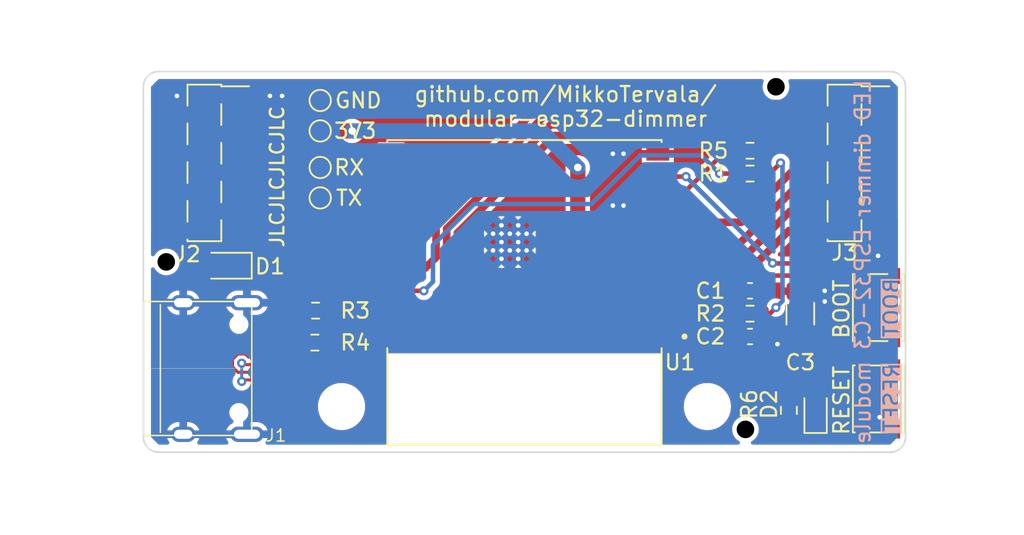
<source format=kicad_pcb>
(kicad_pcb (version 20221018) (generator pcbnew)
  (layers (0 "F.Cu" signal) (31 "B.Cu" signal) (34 "B.Paste" user) (35 "F.Paste" user) (36 "B.SilkS" user "B.Silkscreen") (37 "F.SilkS" user "F.Silkscreen") (38 "B.Mask" user) (39 "F.Mask" user) (44 "Edge.Cuts" user))
  (net 0 "")
  (net 1 "GND")
  (net 2 "/ENABLE")
  (net 3 "+3V3")
  (net 4 "+12C")
  (net 5 "Net-(D1-A)")
  (net 6 "Net-(D2-A)")
  (net 7 "Net-(J1-CC1)")
  (net 8 "USB_D+")
  (net 9 "USB_D-")
  (net 11 "Net-(J1-CC2)")
  (net 17 "Net-(U1-IO8)")
  (net 18 "/BOOT")
  (net 19 "GPIO3")
  (net 20 "RX")
  (net 21 "TX")
  (net 22 "GPIO2")
  (net 23 "GPIO1")
  (net 24 "GPIO10")
  (net 25 "GPIO0")
  (net 26 "GPIO7")
  (net 27 "GPIO6")
  (net 28 "GPIO5")
  (net 29 "GPIO4")
  (footprint "TestPoint:TestPoint_Pad_D1.0mm" (layer "F.Cu") (at 171.6 56.3 90)
    (fp_text reference "TP3" hide)
    (fp_text value "RX" (at 0 1.9 180) (layer "F.SilkS"))
    (fp_circle (center 0 0) (end 0 0.7) (stroke (width 0.12)) (fill none) (layer "F.SilkS"))
    (pad "1" smd circle (at 0 0 90) (size 1 1) (layers "F.Cu" "F.Mask") (net 20 "RX"))
  )
  (footprint "TestPoint:TestPoint_Pad_D1.0mm" (layer "F.Cu") (at 171.6 53.9 90)
    (fp_text reference "TP2" hide)
    (fp_text value "3V3" (at 0 2.3 180) (layer "F.SilkS"))
    (fp_circle (center 0 0) (end 0 0.7) (stroke (width 0.12)) (fill none) (layer "F.SilkS"))
    (pad "1" smd circle (at 0 0 90) (size 1 1) (layers "F.Cu" "F.Mask") (net 3 "+3V3"))
  )
  (footprint "ESP32_dimmer_footprints:CONN_TYPE-C-31-M-12" (layer "F.Cu") (at 162.6125 69.5 -90)
    (fp_text reference "J1" (at 4.4 -6.0875 -180) (layer "F.SilkS") (effects (font (size 0.8 0.8) (thickness 0.1))))
    (fp_text value "USB_C_Receptacle_USB2.0")
    (fp_line (start -4.4 -4.5) (end -4.4 2.6) (stroke (width 0.1)) (layer "F.SilkS"))
    (fp_line (start -4.4 -4.5) (end 4.4 -4.5) (stroke (width 0.1)) (layer "F.SilkS"))
    (fp_line (start 0 -4.02) (end 0 2.3) (stroke (width 0.02)) (layer "F.SilkS"))
    (fp_line (start 4.2 1.5) (end -4.2 1.5) (stroke (width 0.1)) (layer "F.SilkS"))
    (fp_line (start 4.4 -4.5) (end 4.4 2.6) (stroke (width 0.1)) (layer "F.SilkS"))
    (fp_line (start 4.4 2.6) (end -4.4 2.6) (stroke (width 0.1)) (layer "F.SilkS"))
    (pad "" np_thru_hole circle (at -2.9 -3.65 270) (size 0.65 0.65) (drill 0.65) (layers "*.Cu" "*.Mask") (clearance 0.01))
    (pad "" np_thru_hole circle (at 2.9 -3.65 270) (size 0.65 0.65) (drill 0.65) (layers "*.Cu" "*.Mask") (clearance 0.01))
    (pad "A1" smd rect (at -3.375 -5.1 270) (size 0.25 1.45) (layers "F.Cu" "F.Paste" "F.Mask") (net 1 "GND"))
    (pad "A4" smd rect (at -2.575 -5.1 270) (size 0.25 1.45) (layers "F.Cu" "F.Paste" "F.Mask") (net 5 "Net-(D1-A)"))
    (pad "A5" smd rect (at -1.25 -5.1 270) (size 0.25 1.45) (layers "F.Cu" "F.Paste" "F.Mask") (net 7 "Net-(J1-CC1)"))
    (pad "A6" smd rect (at -0.25 -5.1 270) (size 0.25 1.45) (layers "F.Cu" "F.Paste" "F.Mask") (net 8 "USB_D+"))
    (pad "A7" smd rect (at 0.25 -5.1 270) (size 0.25 1.45) (layers "F.Cu" "F.Paste" "F.Mask") (net 9 "USB_D-"))
    (pad "A8" smd rect (at 1.25 -5.1 270) (size 0.25 1.45) (layers "F.Cu" "F.Paste" "F.Mask"))
    (pad "A9" smd rect (at 2.575 -5.1 270) (size 0.25 1.45) (layers "F.Cu" "F.Paste" "F.Mask") (net 5 "Net-(D1-A)"))
    (pad "A12" smd rect (at 3.375 -5.1 270) (size 0.25 1.45) (layers "F.Cu" "F.Paste" "F.Mask") (net 1 "GND"))
    (pad "B1" smd rect (at 3.1 -5.1 270) (size 0.3 1.45) (layers "F.Cu" "F.Paste" "F.Mask") (net 1 "GND"))
    (pad "B4" smd rect (at 2.3 -5.1 270) (size 0.3 1.45) (layers "F.Cu" "F.Paste" "F.Mask") (net 5 "Net-(D1-A)"))
    (pad "B5" smd rect (at 1.75 -5.1 270) (size 0.25 1.45) (layers "F.Cu" "F.Paste" "F.Mask") (net 11 "Net-(J1-CC2)"))
    (pad "B6" smd rect (at 0.75 -5.1 270) (size 0.25 1.45) (layers "F.Cu" "F.Paste" "F.Mask") (net 8 "USB_D+"))
    (pad "B7" smd rect (at -0.75 -5.1 270) (size 0.25 1.45) (layers "F.Cu" "F.Paste" "F.Mask") (net 9 "USB_D-"))
    (pad "B8" smd rect (at -1.75 -5.1 270) (size 0.25 1.45) (layers "F.Cu" "F.Paste" "F.Mask"))
    (pad "B9" smd rect (at -2.3 -5.1 270) (size 0.3 1.45) (layers "F.Cu" "F.Paste" "F.Mask") (net 5 "Net-(D1-A)"))
    (pad "B12" smd rect (at -3.1 -5.1 270) (size 0.3 1.45) (layers "F.Cu" "F.Paste" "F.Mask") (net 1 "GND"))
    (pad "S1" thru_hole roundrect (at -4.32 -4.18 270) (size 1 2.2) (drill oval 0.6 1.7) (layers "*.Cu" "*.Mask") (roundrect_rratio 0.5) (net 1 "GND"))
    (pad "S1" thru_hole roundrect (at -4.32 0 270) (size 1 1.6) (drill oval 0.6 1.2) (layers "*.Cu" "*.Mask") (roundrect_rratio 0.5) (net 1 "GND"))
    (pad "S1" thru_hole roundrect (at 4.32 -4.18 270) (size 1 2.2) (drill oval 0.6 1.7) (layers "*.Cu" "*.Mask") (roundrect_rratio 0.5) (net 1 "GND"))
    (pad "S1" thru_hole roundrect (at 4.32 0 270) (size 1 1.6) (drill oval 0.6 1.2) (layers "*.Cu" "*.Mask") (roundrect_rratio 0.5) (net 1 "GND"))
  )
  (footprint "Resistor_SMD:R_0603_1608Metric" (layer "F.Cu") (at 202.35 72.25 -90)
    (fp_text reference "R6" (at -0.4 2.6 -90) (layer "F.SilkS"))
    (fp_text value "2.7k")
    (fp_line (start -0.237258 -0.5225) (end 0.237258 -0.5225) (stroke (width 0.12)) (layer "F.SilkS"))
    (fp_line (start -0.237258 0.5225) (end 0.237258 0.5225) (stroke (width 0.12)) (layer "F.SilkS"))
    (pad "1" smd roundrect (at -0.825 0 270) (size 0.8 0.95) (layers "F.Cu" "F.Paste" "F.Mask") (net 6 "Net-(D2-A)"))
    (pad "2" smd roundrect (at 0.825 0 270) (size 0.8 0.95) (layers "F.Cu" "F.Paste" "F.Mask") (net 3 "+3V3"))
  )
  (footprint "Capacitor_SMD:C_0603_1608Metric" (layer "F.Cu") (at 199.8 67.4)
    (fp_text reference "C2" (at -2.6 0) (layer "F.SilkS"))
    (fp_text value "C3 220nf")
    (fp_line (start -0.14058 -0.51) (end 0.14058 -0.51) (stroke (width 0.12)) (layer "F.SilkS"))
    (fp_line (start -0.14058 0.51) (end 0.14058 0.51) (stroke (width 0.12)) (layer "F.SilkS"))
    (pad "1" smd roundrect (at -0.775 0) (size 0.9 0.95) (layers "F.Cu" "F.Paste" "F.Mask") (net 3 "+3V3"))
    (pad "2" smd roundrect (at 0.775 0) (size 0.9 0.95) (layers "F.Cu" "F.Paste" "F.Mask") (net 1 "GND"))
  )
  (footprint "Diode_SMD:D_SOD-323" (layer "F.Cu") (at 165.5 62.75 180)
    (fp_text reference "D1" (at -2.8 -0.05) (layer "F.SilkS"))
    (fp_text value "1N5819WS 1A 40V")
    (fp_line (start -1.61 -0.85) (end -1.61 0.85) (stroke (width 0.12)) (layer "F.SilkS"))
    (fp_line (start -1.61 -0.85) (end 1.05 -0.85) (stroke (width 0.12)) (layer "F.SilkS"))
    (fp_line (start -1.61 0.85) (end 1.05 0.85) (stroke (width 0.12)) (layer "F.SilkS"))
    (pad "1" smd roundrect (at -1.05 0 180) (size 0.6 0.45) (layers "F.Cu" "F.Paste" "F.Mask") (net 4 "+12C"))
    (pad "2" smd roundrect (at 1.05 0 180) (size 0.6 0.45) (layers "F.Cu" "F.Paste" "F.Mask") (net 5 "Net-(D1-A)"))
  )
  (footprint "LED_SMD:LED_0603_1608Metric" (layer "F.Cu") (at 204.1 72.25 90)
    (fp_text reference "D2" (at 0.4 -3.05 270) (layer "F.SilkS"))
    (fp_text value "LED White KT-0603W")
    (fp_line (start -1.485 -0.735) (end -1.485 0.735) (stroke (width 0.12)) (layer "F.SilkS"))
    (fp_line (start -1.485 0.735) (end 0.8 0.735) (stroke (width 0.12)) (layer "F.SilkS"))
    (fp_line (start 0.8 -0.735) (end -1.485 -0.735) (stroke (width 0.12)) (layer "F.SilkS"))
    (pad "1" smd roundrect (at -0.7875 0 90) (size 0.875 0.95) (layers "F.Cu" "F.Paste" "F.Mask") (net 1 "GND"))
    (pad "2" smd roundrect (at 0.7875 0 90) (size 0.875 0.95) (layers "F.Cu" "F.Paste" "F.Mask") (net 6 "Net-(D2-A)"))
  )
  (footprint "Capacitor_SMD:C_0603_1608Metric" (layer "F.Cu") (at 199.8 64.4 180)
    (fp_text reference "C1" (at 2.6 0) (layer "F.SilkS"))
    (fp_text value "1µF")
    (fp_line (start -0.14058 -0.51) (end 0.14058 -0.51) (stroke (width 0.12)) (layer "F.SilkS"))
    (fp_line (start -0.14058 0.51) (end 0.14058 0.51) (stroke (width 0.12)) (layer "F.SilkS"))
    (pad "1" smd roundrect (at -0.775 0 180) (size 0.9 0.95) (layers "F.Cu" "F.Paste" "F.Mask") (net 1 "GND"))
    (pad "2" smd roundrect (at 0.775 0 180) (size 0.9 0.95) (layers "F.Cu" "F.Paste" "F.Mask") (net 2 "/ENABLE"))
  )
  (footprint "Connector_PinHeader_1.27mm:PinHeader_1x08_P1.27mm_Vertical_SMD_Pin1Right" (layer "F.Cu") (at 164 56)
    (fp_text reference "J2" (at -1.1 6) (layer "F.SilkS"))
    (fp_text value "Conn_01x08_Pin")
    (fp_line (start -1.11 -5.14) (end 1.11 -5.14) (stroke (width 0.12)) (layer "F.SilkS"))
    (fp_line (start -1.11 -5.13) (end -1.11 -3.76) (stroke (width 0.12)) (layer "F.SilkS"))
    (fp_line (start -1.11 -2.59) (end -1.11 -1.22) (stroke (width 0.12)) (layer "F.SilkS"))
    (fp_line (start -1.11 -0.05) (end -1.11 1.32) (stroke (width 0.12)) (layer "F.SilkS"))
    (fp_line (start -1.11 2.49) (end -1.11 3.86) (stroke (width 0.12)) (layer "F.SilkS"))
    (fp_line (start -1.11 5.03) (end -1.11 5.14) (stroke (width 0.12)) (layer "F.SilkS"))
    (fp_line (start -1.11 5.14) (end 1.11 5.14) (stroke (width 0.12)) (layer "F.SilkS"))
    (fp_line (start 1.11 -5.14) (end 1.11 -5.03) (stroke (width 0.12)) (layer "F.SilkS"))
    (fp_line (start 1.11 -5.03) (end 2.94 -5.03) (stroke (width 0.12)) (layer "F.SilkS"))
    (fp_line (start 1.11 -3.86) (end 1.11 -2.49) (stroke (width 0.12)) (layer "F.SilkS"))
    (fp_line (start 1.11 -1.32) (end 1.11 0.05) (stroke (width 0.12)) (layer "F.SilkS"))
    (fp_line (start 1.11 1.22) (end 1.11 2.59) (stroke (width 0.12)) (layer "F.SilkS"))
    (fp_line (start 1.11 3.76) (end 1.11 5.13) (stroke (width 0.12)) (layer "F.SilkS"))
    (pad "1" smd rect (at 1.5 -4.445) (size 3 0.65) (layers "F.Cu" "F.Paste" "F.Mask") (net 1 "GND"))
    (pad "2" smd rect (at -1.5 -3.175) (size 3 0.65) (layers "F.Cu" "F.Paste" "F.Mask") (net 3 "+3V3"))
    (pad "3" smd rect (at 1.5 -1.905) (size 3 0.65) (layers "F.Cu" "F.Paste" "F.Mask"))
    (pad "4" smd rect (at -1.5 -0.635) (size 3 0.65) (layers "F.Cu" "F.Paste" "F.Mask"))
    (pad "5" smd rect (at 1.5 0.635) (size 3 0.65) (layers "F.Cu" "F.Paste" "F.Mask"))
    (pad "6" smd rect (at -1.5 1.905) (size 3 0.65) (layers "F.Cu" "F.Paste" "F.Mask") (net 4 "+12C"))
    (pad "7" smd rect (at 1.5 3.175) (size 3 0.65) (layers "F.Cu" "F.Paste" "F.Mask"))
    (pad "8" smd rect (at -1.5 4.445) (size 3 0.65) (layers "F.Cu" "F.Paste" "F.Mask"))
  )
  (footprint "Connector_PinHeader_1.27mm:PinHeader_1x08_P1.27mm_Vertical_SMD_Pin1Right" (layer "F.Cu") (at 206 56)
    (fp_text reference "J3" (at 0 5.9) (layer "F.SilkS"))
    (fp_text value "Conn_01x08_Pin")
    (fp_line (start -1.11 -5.14) (end 1.11 -5.14) (stroke (width 0.12)) (layer "F.SilkS"))
    (fp_line (start -1.11 -5.13) (end -1.11 -3.76) (stroke (width 0.12)) (layer "F.SilkS"))
    (fp_line (start -1.11 -2.59) (end -1.11 -1.22) (stroke (width 0.12)) (layer "F.SilkS"))
    (fp_line (start -1.11 -0.05) (end -1.11 1.32) (stroke (width 0.12)) (layer "F.SilkS"))
    (fp_line (start -1.11 2.49) (end -1.11 3.86) (stroke (width 0.12)) (layer "F.SilkS"))
    (fp_line (start -1.11 5.03) (end -1.11 5.14) (stroke (width 0.12)) (layer "F.SilkS"))
    (fp_line (start -1.11 5.14) (end 1.11 5.14) (stroke (width 0.12)) (layer "F.SilkS"))
    (fp_line (start 1.11 -5.14) (end 1.11 -5.03) (stroke (width 0.12)) (layer "F.SilkS"))
    (fp_line (start 1.11 -5.03) (end 2.94 -5.03) (stroke (width 0.12)) (layer "F.SilkS"))
    (fp_line (start 1.11 -3.86) (end 1.11 -2.49) (stroke (width 0.12)) (layer "F.SilkS"))
    (fp_line (start 1.11 -1.32) (end 1.11 0.05) (stroke (width 0.12)) (layer "F.SilkS"))
    (fp_line (start 1.11 1.22) (end 1.11 2.59) (stroke (width 0.12)) (layer "F.SilkS"))
    (fp_line (start 1.11 3.76) (end 1.11 5.13) (stroke (width 0.12)) (layer "F.SilkS"))
    (pad "1" smd rect (at 1.5 -4.445) (size 3 0.65) (layers "F.Cu" "F.Paste" "F.Mask") (net 24 "GPIO10"))
    (pad "2" smd rect (at -1.5 -3.175) (size 3 0.65) (layers "F.Cu" "F.Paste" "F.Mask") (net 19 "GPIO3"))
    (pad "3" smd rect (at 1.5 -1.905) (size 3 0.65) (layers "F.Cu" "F.Paste" "F.Mask") (net 23 "GPIO1"))
    (pad "4" smd rect (at -1.5 -0.635) (size 3 0.65) (layers "F.Cu" "F.Paste" "F.Mask") (net 25 "GPIO0"))
    (pad "5" smd rect (at 1.5 0.635) (size 3 0.65) (layers "F.Cu" "F.Paste" "F.Mask") (net 26 "GPIO7"))
    (pad "6" smd rect (at -1.5 1.905) (size 3 0.65) (layers "F.Cu" "F.Paste" "F.Mask") (net 27 "GPIO6"))
    (pad "7" smd rect (at 1.5 3.175) (size 3 0.65) (layers "F.Cu" "F.Paste" "F.Mask") (net 28 "GPIO5"))
    (pad "8" smd rect (at -1.5 4.445) (size 3 0.65) (layers "F.Cu" "F.Paste" "F.Mask") (net 29 "GPIO4"))
  )
  (footprint "Resistor_SMD:R_0603_1608Metric" (layer "F.Cu") (at 199.8 65.9 180)
    (fp_text reference "R2" (at 2.6 0) (layer "F.SilkS"))
    (fp_text value "10k")
    (fp_line (start -0.237258 -0.5225) (end 0.237258 -0.5225) (stroke (width 0.12)) (layer "F.SilkS"))
    (fp_line (start -0.237258 0.5225) (end 0.237258 0.5225) (stroke (width 0.12)) (layer "F.SilkS"))
    (pad "1" smd roundrect (at -0.825 0 180) (size 0.8 0.95) (layers "F.Cu" "F.Paste" "F.Mask") (net 3 "+3V3"))
    (pad "2" smd roundrect (at 0.825 0 180) (size 0.8 0.95) (layers "F.Cu" "F.Paste" "F.Mask") (net 2 "/ENABLE"))
  )
  (footprint "TestPoint:TestPoint_Pad_D1.0mm" (layer "F.Cu") (at 171.6 58.3 90)
    (fp_text reference "TP4" hide)
    (fp_text value "TX" (at 0 1.9 180) (layer "F.SilkS"))
    (fp_circle (center 0 0) (end 0 0.7) (stroke (width 0.12)) (fill none) (layer "F.SilkS"))
    (pad "1" smd circle (at 0 0 90) (size 1 1) (layers "F.Cu" "F.Mask") (net 21 "TX"))
  )
  (footprint "ESP32_dimmer_footprints:JLCPCB tooling hole" (layer "F.Cu") (at 199.5 73.5)
    (fp_text reference "H4" hide)
    (fp_text value "JLCPCB tooling hole" hide)
    (pad "" np_thru_hole circle (at 0 0) (size 1.3 1.3) (drill 1.152) (layers "*.Mask"))
  )
  (footprint "Resistor_SMD:R_0603_1608Metric" (layer "F.Cu") (at 199.8 55.2)
    (fp_text reference "R5" (at -2.4 0) (layer "F.SilkS"))
    (fp_text value "10k")
    (fp_line (start -0.237258 -0.5225) (end 0.237258 -0.5225) (stroke (width 0.12)) (layer "F.SilkS"))
    (fp_line (start -0.237258 0.5225) (end 0.237258 0.5225) (stroke (width 0.12)) (layer "F.SilkS"))
    (pad "1" smd roundrect (at -0.825 0) (size 0.8 0.95) (layers "F.Cu" "F.Paste" "F.Mask") (net 17 "Net-(U1-IO8)"))
    (pad "2" smd roundrect (at 0.825 0) (size 0.8 0.95) (layers "F.Cu" "F.Paste" "F.Mask") (net 3 "+3V3"))
  )
  (footprint "Resistor_SMD:R_0603_1608Metric" (layer "F.Cu") (at 199.8 56.7)
    (fp_text reference "R1" (at -2.4 0) (layer "F.SilkS"))
    (fp_text value "10k")
    (fp_line (start -0.237258 -0.5225) (end 0.237258 -0.5225) (stroke (width 0.12)) (layer "F.SilkS"))
    (fp_line (start -0.237258 0.5225) (end 0.237258 0.5225) (stroke (width 0.12)) (layer "F.SilkS"))
    (pad "1" smd roundrect (at -0.825 0) (size 0.8 0.95) (layers "F.Cu" "F.Paste" "F.Mask") (net 22 "GPIO2"))
    (pad "2" smd roundrect (at 0.825 0) (size 0.8 0.95) (layers "F.Cu" "F.Paste" "F.Mask") (net 3 "+3V3"))
  )
  (footprint "Capacitor_SMD:C_1206_3216Metric" (layer "F.Cu") (at 203.1 65.9 90)
    (fp_text reference "C3" (at -3.2 0 180) (layer "F.SilkS"))
    (fp_text value "C4 10µf")
    (fp_line (start -0.711252 -0.91) (end 0.711252 -0.91) (stroke (width 0.12)) (layer "F.SilkS"))
    (fp_line (start -0.711252 0.91) (end 0.711252 0.91) (stroke (width 0.12)) (layer "F.SilkS"))
    (pad "1" smd roundrect (at -1.475 0 90) (size 1.15 1.8) (layers "F.Cu" "F.Paste" "F.Mask") (roundrect_rratio 0.2173913043) (net 3 "+3V3"))
    (pad "2" smd roundrect (at 1.475 0 90) (size 1.15 1.8) (layers "F.Cu" "F.Paste" "F.Mask") (roundrect_rratio 0.2173913043) (net 1 "GND"))
  )
  (footprint "ESP32_dimmer_footprints:SW_SPST_PTS810" (layer "F.Cu") (at 208.25 71.5 -90)
    (fp_text reference "SW1" hide)
    (fp_text value "RESET" (at 0.1 2.45 90) (layer "F.SilkS" knockout))
    (fp_text user "${VALUE}" (at -0.1 -0.85 -270) (layer "B.SilkS" knockout) (effects (justify mirror)))
    (fp_line (start -2.2 -1.7) (end -2.2 -1.58) (stroke (width 0.12)) (layer "F.SilkS"))
    (fp_line (start -2.2 -0.57) (end -2.2 0.57) (stroke (width 0.12)) (layer "F.SilkS"))
    (fp_line (start -2.2 1.58) (end -2.2 1.7) (stroke (width 0.12)) (layer "F.SilkS"))
    (fp_line (start -2.2 1.7) (end 2.2 1.7) (stroke (width 0.12)) (layer "F.SilkS"))
    (fp_line (start 2.2 -1.7) (end -2.2 -1.7) (stroke (width 0.12)) (layer "F.SilkS"))
    (fp_line (start 2.2 -1.58) (end 2.2 -1.7) (stroke (width 0.12)) (layer "F.SilkS"))
    (fp_line (start 2.2 0.57) (end 2.2 -0.57) (stroke (width 0.12)) (layer "F.SilkS"))
    (fp_line (start 2.2 1.7) (end 2.2 1.58) (stroke (width 0.12)) (layer "F.SilkS"))
    (pad "1" smd rect (at -2.075 -1.075 270) (size 1.05 0.65) (layers "F.Cu" "F.Paste" "F.Mask") (net 1 "GND"))
    (pad "1" smd rect (at 2.075 -1.075 270) (size 1.05 0.65) (layers "F.Cu" "F.Paste" "F.Mask") (net 1 "GND"))
    (pad "2" smd rect (at -2.075 1.075 270) (size 1.05 0.65) (layers "F.Cu" "F.Paste" "F.Mask") (net 2 "/ENABLE"))
    (pad "2" smd rect (at 2.075 1.075 270) (size 1.05 0.65) (layers "F.Cu" "F.Paste" "F.Mask") (net 2 "/ENABLE"))
  )
  (footprint "ESP32_dimmer_footprints:JLCPCB tooling hole" (layer "F.Cu") (at 161.5 62.5)
    (fp_text reference "H3" hide)
    (fp_text value "JLCPCB tooling hole" hide)
    (pad "" np_thru_hole circle (at 0 0) (size 1.3 1.3) (drill 1.152) (layers "*.Mask"))
  )
  (footprint "TestPoint:TestPoint_Pad_D1.0mm" (layer "F.Cu") (at 171.6 51.9 90)
    (fp_text reference "TP1" hide)
    (fp_text value "GND" (at 0 2.5 180) (layer "F.SilkS"))
    (fp_circle (center 0 0) (end 0 0.7) (stroke (width 0.12)) (fill none) (layer "F.SilkS"))
    (pad "1" smd circle (at 0 0 90) (size 1 1) (layers "F.Cu" "F.Mask") (net 1 "GND"))
  )
  (footprint "MountingHole:MountingHole_2.5mm" (layer "F.Cu") (at 197 72)
    (fp_text reference "H2" hide)
    (fp_text value "MountingHole-Spacer")
    (pad "" np_thru_hole circle (at 0 0) (size 2.5 2.5) (drill 2.5) (layers "*.Cu" "*.Mask"))
  )
  (footprint "Resistor_SMD:R_0603_1608Metric" (layer "F.Cu") (at 171.25 67.8 180)
    (fp_text reference "R4" (at -2.65 0) (layer "F.SilkS"))
    (fp_text value "5.1k")
    (fp_line (start -0.237258 -0.5225) (end 0.237258 -0.5225) (stroke (width 0.12)) (layer "F.SilkS"))
    (fp_line (start -0.237258 0.5225) (end 0.237258 0.5225) (stroke (width 0.12)) (layer "F.SilkS"))
    (pad "1" smd roundrect (at -0.825 0 180) (size 0.8 0.95) (layers "F.Cu" "F.Paste" "F.Mask") (net 1 "GND"))
    (pad "2" smd roundrect (at 0.825 0 180) (size 0.8 0.95) (layers "F.Cu" "F.Paste" "F.Mask") (net 11 "Net-(J1-CC2)"))
  )
  (footprint "ESP32_dimmer_footprints:MODULE_ESP32-C3-WROOM-02-H4" (layer "F.Cu") (at 185 64.5 180)
    (fp_text reference "U1" (at -10.2 -4.6 180) (layer "F.SilkS"))
    (fp_text value "ESP32-C3-WROOM-02-H4")
    (fp_line (start -9 -10) (end -9 -3.67) (stroke (width 0.127)) (layer "F.SilkS"))
    (fp_line (start -9 10) (end -9 9.87) (stroke (width 0.127)) (layer "F.SilkS"))
    (fp_line (start -9 10) (end 9 10) (stroke (width 0.127)) (layer "F.SilkS"))
    (fp_line (start 9 -10) (end -9 -10) (stroke (width 0.127)) (layer "F.SilkS"))
    (fp_line (start 9 -3.67) (end 9 -10) (stroke (width 0.127)) (layer "F.SilkS"))
    (fp_line (start 9 10) (end 9 9.87) (stroke (width 0.127)) (layer "F.SilkS"))
    (fp_circle (center -10.5 -2.9) (end -10.4 -2.9) (stroke (width 0.2)) (fill none) (layer "F.SilkS"))
    (pad "1" smd rect (at -8.75 -2.9 180) (size 1.5 0.9) (layers "F.Cu" "F.Paste" "F.Mask") (net 3 "+3V3"))
    (pad "2" smd rect (at -8.75 -1.4 180) (size 1.5 0.9) (layers "F.Cu" "F.Paste" "F.Mask") (net 2 "/ENABLE"))
    (pad "3" smd rect (at -8.75 0.1 180) (size 1.5 0.9) (layers "F.Cu" "F.Paste" "F.Mask") (net 29 "GPIO4"))
    (pad "4" smd rect (at -8.75 1.6 180) (size 1.5 0.9) (layers "F.Cu" "F.Paste" "F.Mask") (net 28 "GPIO5"))
    (pad "5" smd rect (at -8.75 3.1 180) (size 1.5 0.9) (layers "F.Cu" "F.Paste" "F.Mask") (net 27 "GPIO6"))
    (pad "6" smd rect (at -8.75 4.6 180) (size 1.5 0.9) (layers "F.Cu" "F.Paste" "F.Mask") (net 26 "GPIO7"))
    (pad "7" smd rect (at -8.75 6.1 180) (size 1.5 0.9) (layers "F.Cu" "F.Paste" "F.Mask") (net 17 "Net-(U1-IO8)"))
    (pad "8" smd rect (at -8.75 7.6 180) (size 1.5 0.9) (layers "F.Cu" "F.Paste" "F.Mask") (net 18 "/BOOT"))
    (pad "9" smd rect (at -8.75 9.1 180) (size 1.5 0.9) (layers "F.Cu" "F.Paste" "F.Mask") (net 1 "GND"))
    (pad "10" smd rect (at 8.75 9.1 180) (size 1.5 0.9) (layers "F.Cu" "F.Paste" "F.Mask") (net 24 "GPIO10"))
    (pad "11" smd rect (at 8.75 7.6 180) (size 1.5 0.9) (layers "F.Cu" "F.Paste" "F.Mask") (net 20 "RX"))
    (pad "12" smd rect (at 8.75 6.1 180) (size 1.5 0.9) (layers "F.Cu" "F.Paste" "F.Mask") (net 21 "TX"))
    (pad "13" smd rect (at 8.75 4.6 180) (size 1.5 0.9) (layers "F.Cu" "F.Paste" "F.Mask") (net 9 "USB_D-"))
    (pad "14" smd rect (at 8.75 3.1 180) (size 1.5 0.9) (layers "F.Cu" "F.Paste" "F.Mask") (net 8 "USB_D+"))
    (pad "15" smd rect (at 8.75 1.6 180) (size 1.5 0.9) (layers "F.Cu" "F.Paste" "F.Mask") (net 19 "GPIO3"))
    (pad "16" smd rect (at 8.75 0.1 180) (size 1.5 0.9) (layers "F.Cu" "F.Paste" "F.Mask") (net 22 "GPIO2"))
    (pad "17" smd rect (at 8.75 -1.4 180) (size 1.5 0.9) (layers "F.Cu" "F.Paste" "F.Mask") (net 23 "GPIO1"))
    (pad "18" smd rect (at 8.75 -2.9 180) (size 1.5 0.9) (layers "F.Cu" "F.Paste" "F.Mask") (net 25 "GPIO0"))
    (pad "19" smd rect (at -0.14 2.2 180) (size 0.7 0.7) (layers "F.Cu" "F.Paste" "F.Mask") (net 1 "GND"))
    (pad "20" smd rect (at 0.96 2.2 180) (size 0.7 0.7) (layers "F.Cu" "F.Paste" "F.Mask") (net 1 "GND"))
    (pad "21" smd rect (at 2.06 2.2 180) (size 0.7 0.7) (layers "F.Cu" "F.Paste" "F.Mask") (net 1 "GND"))
    (pad "22" smd rect (at -0.14 3.3 180) (size 0.7 0.7) (layers "F.Cu" "F.Paste" "F.Mask") (net 1 "GND"))
    (pad "23" smd rect (at 0.96 3.3 180) (size 0.7 0.7) (layers "F.Cu" "F.Paste" "F.Mask") (net 1 "GND"))
    (pad "24" smd rect (at 2.06 3.3 180) (size 0.7 0.7) (layers "F.Cu" "F.Paste" "F.Mask") (net 1 "GND"))
    (pad "25" smd rect (at -0.14 4.4 180) (size 0.7 0.7) (layers "F.Cu" "F.Paste" "F.Mask") (net 1 "GND"))
    (pad "26" smd rect (at 0.96 4.4 180) (size 0.7 0.7) (layers "F.Cu" "F.Paste" "F.Mask") (net 1 "GND"))
    (pad "27" smd rect (at 2.06 4.4 180) (size 0.7 0.7) (layers "F.Cu" "F.Paste" "F.Mask") (net 1 "GND"))
    (pad "28" thru_hole circle (at 0.41 2.2 180) (size 0.6 0.6) (drill 0.3) (layers "*.Cu") (net 1 "GND"))
    (pad "29" thru_hole circle (at 1.51 2.2 180) (size 0.6 0.6) (drill 0.3) (layers "*.Cu") (net 1 "GND"))
    (pad "30" thru_hole circle (at -0.14 2.75 180) (size 0.6 0.6) (drill 0.3) (layers "*.Cu") (net 1 "GND"))
    (pad "31" thru_hole circle (at 0.96 2.75 180) (size 0.6 0.6) (drill 0.3) (layers "*.Cu") (net 1 "GND"))
    (pad "32" thru_hole circle (at 2.06 2.75 180) (size 0.6 0.6) (drill 0.3) (layers "*.Cu") (net 1 "GND"))
    (pad "33" thru_hole circle (at 0.41 3.3 180) (size 0.6 0.6) (drill 0.3) (layers "*.Cu") (net 1 "GND"))
    (pad "34" thru_hole circle (at 1.51 3.3 180) (size 0.6 0.6) (drill 0.3) (layers "*.Cu") (net 1 "GND"))
    (pad "35" thru_hole circle (at -0.14 3.85 180) (size 0.6 0.6) (drill 0.3) (layers "*.Cu") (net 1 "GND"))
    (pad "36" thru_hole circle (at 0.96 3.85 180) (size 0.6 0.6) (drill 0.3) (layers "*.Cu") (net 1 "GND"))
    (pad "37" thru_hole circle (at 2.06 3.85 180) (size 0.6 0.6) (drill 0.3) (layers "*.Cu") (net 1 "GND"))
    (pad "38" thru_hole circle (at 0.41 4.4 180) (size 0.6 0.6) (drill 0.3) (layers "*.Cu") (net 1 "GND"))
    (pad "39" thru_hole circle (at 1.51 4.4 180) (size 0.6 0.6) (drill 0.3) (layers "*.Cu") (net 1 "GND"))
    (zone (net 0) (net_name "") (layer "F.Cu") (connect_pads (clearance 0)) (min_thickness 0.01)
      (keepout (tracks not_allowed) (vias not_allowed) (pads not_allowed) (copperpour not_allowed) (footprints allowed))
      (fill (thermal_gap 0.508) (thermal_bridge_width 0.508))
      (polygon (pts (xy 194 74.5) (xy 176 74.5) (xy 176 68.5) (xy 194 68.5)))
    )
    (zone (net 0) (net_name "") (layer "B.Cu") (connect_pads (clearance 0)) (min_thickness 0.01)
      (keepout (tracks not_allowed) (vias not_allowed) (pads not_allowed) (copperpour not_allowed) (footprints allowed))
      (fill (thermal_gap 0.508) (thermal_bridge_width 0.508))
      (polygon (pts (xy 194 74.5) (xy 176 74.5) (xy 176 68.5) (xy 194 68.5)))
    )
  )
  (footprint "ESP32_dimmer_footprints:SW_SPST_PTS810" (layer "F.Cu") (at 208.25 65.5 90)
    (fp_text reference "SW2" hide)
    (fp_text value "BOOT" (at -0.1 -2.45 90) (layer "F.SilkS" knockout))
    (fp_text user "${VALUE}" (at 0 0.85 90) (layer "B.SilkS" knockout) (effects (justify mirror)))
    (fp_line (start -2.2 -1.7) (end -2.2 -1.58) (stroke (width 0.12)) (layer "F.SilkS"))
    (fp_line (start -2.2 -0.57) (end -2.2 0.57) (stroke (width 0.12)) (layer "F.SilkS"))
    (fp_line (start -2.2 1.58) (end -2.2 1.7) (stroke (width 0.12)) (layer "F.SilkS"))
    (fp_line (start -2.2 1.7) (end 2.2 1.7) (stroke (width 0.12)) (layer "F.SilkS"))
    (fp_line (start 2.2 -1.7) (end -2.2 -1.7) (stroke (width 0.12)) (layer "F.SilkS"))
    (fp_line (start 2.2 -1.58) (end 2.2 -1.7) (stroke (width 0.12)) (layer "F.SilkS"))
    (fp_line (start 2.2 0.57) (end 2.2 -0.57) (stroke (width 0.12)) (layer "F.SilkS"))
    (fp_line (start 2.2 1.7) (end 2.2 1.58) (stroke (width 0.12)) (layer "F.SilkS"))
    (pad "1" smd rect (at -2.075 -1.075 90) (size 1.05 0.65) (layers "F.Cu" "F.Paste" "F.Mask") (net 18 "/BOOT"))
    (pad "1" smd rect (at 2.075 -1.075 90) (size 1.05 0.65) (layers "F.Cu" "F.Paste" "F.Mask") (net 18 "/BOOT"))
    (pad "2" smd rect (at -2.075 1.075 90) (size 1.05 0.65) (layers "F.Cu" "F.Paste" "F.Mask") (net 1 "GND"))
    (pad "2" smd rect (at 2.075 1.075 90) (size 1.05 0.65) (layers "F.Cu" "F.Paste" "F.Mask") (net 1 "GND"))
  )
  (footprint "ESP32_dimmer_footprints:JLCPCB tooling hole" (layer "F.Cu") (at 201.5 51)
    (fp_text reference "H5" hide)
    (fp_text value "JLCPCB tooling hole" hide)
    (pad "" np_thru_hole circle (at 0 0) (size 1.3 1.3) (drill 1.152) (layers "*.Mask"))
  )
  (footprint "Resistor_SMD:R_0603_1608Metric" (layer "F.Cu") (at 171.3 65.7)
    (fp_text reference "R3" (at 2.6 0) (layer "F.SilkS"))
    (fp_text value "5.1k")
    (fp_line (start -0.237258 -0.5225) (end 0.237258 -0.5225) (stroke (width 0.12)) (layer "F.SilkS"))
    (fp_line (start -0.237258 0.5225) (end 0.237258 0.5225) (stroke (width 0.12)) (layer "F.SilkS"))
    (pad "1" smd roundrect (at -0.825 0) (size 0.8 0.95) (layers "F.Cu" "F.Paste" "F.Mask") (net 7 "Net-(J1-CC1)"))
    (pad "2" smd roundrect (at 0.825 0) (size 0.8 0.95) (layers "F.Cu" "F.Paste" "F.Mask") (net 1 "GND"))
  )
  (footprint "MountingHole:MountingHole_2.5mm" (layer "F.Cu") (at 173 72)
    (fp_text reference "H1" hide)
    (fp_text value "MountingHole-Spacer")
    (pad "" np_thru_hole circle (at 0 0) (size 2.5 2.5) (drill 2.5) (layers "*.Cu" "*.Mask"))
  )
  (gr_arc (start 209 50) (mid 209.707107 50.292893) (end 210 51) (stroke (width 0.1)) (layer "Edge.Cuts"))
  (gr_arc (start 160 51) (mid 160.292893 50.292893) (end 161 50) (stroke (width 0.1)) (layer "Edge.Cuts"))
  (gr_arc (start 210 74) (mid 209.707107 74.707107) (end 209 75) (stroke (width 0.1)) (layer "Edge.Cuts"))
  (gr_line (start 210 51) (end 210 74) (stroke (width 0.1)) (layer "Edge.Cuts"))
  (gr_arc (start 161 75) (mid 160.292893 74.707107) (end 160 74) (stroke (width 0.1)) (layer "Edge.Cuts"))
  (gr_line (start 209 75) (end 161 75) (stroke (width 0.1)) (layer "Edge.Cuts"))
  (gr_line (start 161 50) (end 209 50) (stroke (width 0.1)) (layer "Edge.Cuts"))
  (gr_line (start 160 74) (end 160 51) (stroke (width 0.1)) (layer "Edge.Cuts"))
  (gr_text "LED dimmer ESP32-C3 module" (at 207.2 62.5 90) (layer "B.SilkS") (effects (font (size 1 1)) (justify mirror)))
  (gr_text "github.com/MikkoTervala/\nmodular-esp32-dimmer" (at 187.7 52.3) (layer "F.SilkS") (effects (font (size 1 1))))
  (gr_text "JLCJLCJLCJLC" (at 169.3 56.9 90) (layer "F.SilkS") (effects (font (size 0.9 0.9)) (justify bottom)))
  (via (at 191.5 55.4) (size 0.6) (drill 0.3) (layers "F.Cu" "B.Cu") (net 1))
  (via (at 190.8 58.8) (size 0.6) (drill 0.3) (layers "F.Cu" "B.Cu") (net 1))
  (via (at 208.3 72.7) (size 0.6) (drill 0.3) (layers "F.Cu" "B.Cu") (net 1))
  (via (at 208.2 62.1) (size 0.6) (drill 0.3) (layers "F.Cu" "B.Cu") (net 1))
  (via (at 162.2 51.6) (size 0.6) (drill 0.3) (layers "F.Cu" "B.Cu") (net 1))
  (via (at 169.1 51.6) (size 0.6) (drill 0.3) (layers "F.Cu" "B.Cu") (net 1))
  (via (at 168.3 51.6) (size 0.6) (drill 0.3) (layers "F.Cu" "B.Cu") (net 1))
  (via (at 190.8 55.4) (size 0.6) (drill 0.3) (layers "F.Cu" "B.Cu") (net 1))
  (via (at 204.7 65.1) (size 0.6) (drill 0.3) (layers "F.Cu" "B.Cu") (net 1))
  (via (at 191.5 58.8) (size 0.6) (drill 0.3) (layers "F.Cu" "B.Cu") (net 1))
  (via (at 204.7 64.4) (size 0.6) (drill 0.3) (layers "F.Cu" "B.Cu") (net 1))
  (via (at 201.6 67.9) (size 0.6) (drill 0.3) (layers "F.Cu" "B.Cu") (net 1))
  (segment (start 199.025 64.4) (end 199.025 65.85) (width 0.3) (layer "F.Cu") (net 2))
  (segment (start 199.025 65.85) (end 198.975 65.9) (width 0.3) (layer "F.Cu") (net 2))
  (segment (start 205.9 68.15) (end 205.9 64) (width 0.3) (layer "F.Cu") (net 2))
  (segment (start 199.025 63.775) (end 199.025 64.4) (width 0.3) (layer "F.Cu") (net 2))
  (segment (start 199.4 63.4) (end 199.025 63.775) (width 0.3) (layer "F.Cu") (net 2))
  (segment (start 207.175 69.425) (end 205.9 68.15) (width 0.3) (layer "F.Cu") (net 2))
  (segment (start 205.3 63.4) (end 199.4 63.4) (width 0.3) (layer "F.Cu") (net 2))
  (segment (start 205.9 64) (end 205.3 63.4) (width 0.3) (layer "F.Cu") (net 2))
  (segment (start 207.175 73.575) (end 207.175 69.425) (width 0.3) (layer "F.Cu") (net 2))
  (segment (start 198.975 65.9) (end 193.75 65.9) (width 0.3) (layer "F.Cu") (net 2))
  (segment (start 173.7 53.9) (end 171.6 53.9) (width 1) (layer "F.Cu") (net 3))
  (segment (start 202.35 73.075) (end 202.075 73.075) (width 0.3) (layer "F.Cu") (net 3))
  (segment (start 169.8 53.9) (end 171.6 53.9) (width 1) (layer "F.Cu") (net 3))
  (segment (start 201.5 65.5) (end 201.1 65.9) (width 0.3) (layer "F.Cu") (net 3))
  (segment (start 199.6 69.1) (end 201 69.1) (width 1) (layer "F.Cu") (net 3))
  (segment (start 201.5 69.1) (end 202 69.1) (width 1) (layer "F.Cu") (net 3))
  (segment (start 201.25 69.35) (end 201 69.1) (width 0.3) (layer "F.Cu") (net 3))
  (segment (start 193.75 67.4) (end 199.025 67.4) (width 1) (layer "F.Cu") (net 3))
  (segment (start 200.625 55.2) (end 200.625 56.7) (width 0.3) (layer "F.Cu") (net 3))
  (segment (start 202.075 73.075) (end 201.25 72.25) (width 0.3) (layer "F.Cu") (net 3))
  (segment (start 201 69.1) (end 201.5 69.1) (width 1) (layer "F.Cu") (net 3))
  (segment (start 192 67.4) (end 193.75 67.4) (width 1) (layer "F.Cu") (net 3))
  (segment (start 168.725 52.825) (end 169.8 53.9) (width 1) (layer "F.Cu") (net 3))
  (segment (start 188.5 56.3) (end 188.5 63.9) (width 1) (layer "F.Cu") (net 3))
  (segment (start 202 69.1) (end 202.5 69.1) (width 1) (layer "F.Cu") (net 3))
  (segment (start 199.025 67.4) (end 199.025 68.525) (width 1) (layer "F.Cu") (net 3))
  (segment (start 203.1 68.5) (end 203.1 67.375) (width 1) (layer "F.Cu") (net 3))
  (segment (start 201.1 65.9) (end 200.625 65.9) (width 0.3) (layer "F.Cu") (net 3))
  (segment (start 200.625 56.7) (end 201.1 56.7) (width 0.3) (layer "F.Cu") (net 3))
  (segment (start 202.5 69.1) (end 203.1 68.5) (width 1) (layer "F.Cu") (net 3))
  (segment (start 188.5 63.9) (end 192 67.4) (width 1) (layer "F.Cu") (net 3))
  (segment (start 201.1 56.7) (end 201.8 56) (width 0.3) (layer "F.Cu") (net 3))
  (segment (start 162.5 52.825) (end 168.725 52.825) (width 1) (layer "F.Cu") (net 3))
  (segment (start 201.25 72.25) (end 201.25 69.35) (width 0.3) (layer "F.Cu") (net 3))
  (segment (start 199.025 68.525) (end 199.6 69.1) (width 1) (layer "F.Cu") (net 3))
  (via (at 188.5 56.3) (size 0.8) (drill 0.5) (layers "F.Cu" "B.Cu") (net 3))
  (via (at 201.5 65.5) (size 0.6) (drill 0.3) (layers "F.Cu" "B.Cu") (net 3))
  (via (at 173.7 53.9) (size 0.8) (drill 0.5) (layers "F.Cu" "B.Cu") (net 3))
  (via (at 201.8 56) (size 0.6) (drill 0.3) (layers "F.Cu" "B.Cu") (net 3))
  (segment (start 201.929977 65.070023) (end 201.929977 56.129977) (width 0.3) (layer "B.Cu") (net 3))
  (segment (start 186.1 53.9) (end 174.7 53.9) (width 1) (layer "B.Cu") (net 3))
  (segment (start 188.5 56.3) (end 186.1 53.9) (width 1) (layer "B.Cu") (net 3))
  (segment (start 201.929977 56.129977) (end 201.8 56) (width 0.3) (layer "B.Cu") (net 3))
  (segment (start 201.5 65.5) (end 201.929977 65.070023) (width 0.3) (layer "B.Cu") (net 3))
  (segment (start 174.7 53.9) (end 173.7 53.9) (width 1) (layer "B.Cu") (net 3))
  (segment (start 167.9 61.4) (end 167.9 58.6) (width 0.3) (layer "F.Cu") (net 4))
  (segment (start 166.55 62.75) (end 167.9 61.4) (width 0.3) (layer "F.Cu") (net 4))
  (segment (start 167.205 57.905) (end 162.5 57.905) (width 0.3) (layer "F.Cu") (net 4))
  (segment (start 167.9 58.6) (end 167.205 57.905) (width 0.3) (layer "F.Cu") (net 4))
  (segment (start 167.7125 67.2) (end 166.758516 67.2) (width 0.3) (layer "F.Cu") (net 5))
  (segment (start 165.15 70.191484) (end 166.758516 71.8) (width 0.3) (layer "F.Cu") (net 5))
  (segment (start 165.15 68.808516) (end 165.15 70.191484) (width 0.3) (layer "F.Cu") (net 5))
  (segment (start 164.45 66.85) (end 165.779258 68.179258) (width 0.3) (layer "F.Cu") (net 5))
  (segment (start 164.45 62.75) (end 164.45 66.85) (width 0.3) (layer "F.Cu") (net 5))
  (segment (start 165.779258 68.179258) (end 165.15 68.808516) (width 0.3) (layer "F.Cu") (net 5))
  (segment (start 166.758516 71.8) (end 167.7125 71.8) (width 0.3) (layer "F.Cu") (net 5))
  (segment (start 166.758516 67.2) (end 165.779258 68.179258) (width 0.3) (layer "F.Cu") (net 5))
  (segment (start 204.1625 71.425) (end 204.2 71.4625) (width 0.3) (layer "F.Cu") (net 6))
  (segment (start 202.45 71.425) (end 204.1625 71.425) (width 0.3) (layer "F.Cu") (net 6))
  (segment (start 168.531128 68.25) (end 168.8 67.981128) (width 0.2) (layer "F.Cu") (net 7))
  (segment (start 169.95 65.7) (end 170.475 65.7) (width 0.2) (layer "F.Cu") (net 7))
  (segment (start 168.8 66.85) (end 169.95 65.7) (width 0.2) (layer "F.Cu") (net 7))
  (segment (start 167.7125 68.25) (end 168.531128 68.25) (width 0.2) (layer "F.Cu") (net 7))
  (segment (start 168.8 67.981128) (end 168.8 66.85) (width 0.2) (layer "F.Cu") (net 7))
  (segment (start 166.55 70.25) (end 167.7125 70.25) (width 0.2) (layer "F.Cu") (net 8))
  (segment (start 169.6 67.265686) (end 169.915686 66.95) (width 0.2) (layer "F.Cu") (net 8))
  (segment (start 169.6 68.3125) (end 169.6 67.265686) (width 0.2) (layer "F.Cu") (net 8))
  (segment (start 175.2 61.4) (end 176.25 61.4) (width 0.2) (layer "F.Cu") (net 8))
  (segment (start 174.35 65.95) (end 174.35 62.25) (width 0.2) (layer "F.Cu") (net 8))
  (segment (start 166.45 69.15) (end 166.55 69.25) (width 0.2) (layer "F.Cu") (net 8))
  (segment (start 174.35 62.25) (end 175.2 61.4) (width 0.2) (layer "F.Cu") (net 8))
  (segment (start 166.55 69.25) (end 167.7125 69.25) (width 0.2) (layer "F.Cu") (net 8))
  (segment (start 167.7125 69.25) (end 168.6625 69.25) (width 0.2) (layer "F.Cu") (net 8))
  (segment (start 169.915686 66.95) (end 173.35 66.95) (width 0.2) (layer "F.Cu") (net 8))
  (segment (start 168.6625 69.25) (end 169.6 68.3125) (width 0.2) (layer "F.Cu") (net 8))
  (segment (start 173.35 66.95) (end 174.35 65.95) (width 0.2) (layer "F.Cu") (net 8))
  (segment (start 166.45 70.35) (end 166.55 70.25) (width 0.2) (layer "F.Cu") (net 8))
  (via (at 166.45 69.15) (size 0.6) (drill 0.3) (layers "F.Cu" "B.Cu") (net 8))
  (via (at 166.45 70.35) (size 0.6) (drill 0.3) (layers "F.Cu" "B.Cu") (net 8))
  (segment (start 166.45 69.15) (end 166.45 70.35) (width 0.2) (layer "B.Cu") (net 8))
  (segment (start 169.75 66.55) (end 173.184314 66.55) (width 0.2) (layer "F.Cu") (net 9))
  (segment (start 166.201471 69.75) (end 165.85 69.398529) (width 0.2) (layer "F.Cu") (net 9))
  (segment (start 166.2 68.55) (end 166.698529 68.55) (width 0.2) (layer "F.Cu") (net 9))
  (segment (start 175.15 59.9) (end 176.25 59.9) (width 0.2) (layer "F.Cu") (net 9))
  (segment (start 173.95 61.1) (end 175.15 59.9) (width 0.2) (layer "F.Cu") (net 9))
  (segment (start 166.898529 68.75) (end 167.7125 68.75) (width 0.2) (layer "F.Cu") (net 9))
  (segment (start 173.95 65.784314) (end 173.95 61.1) (width 0.2) (layer "F.Cu") (net 9))
  (segment (start 165.85 68.9) (end 166.2 68.55) (width 0.2) (layer "F.Cu") (net 9))
  (segment (start 168.596814 68.75) (end 169.2 68.146814) (width 0.2) (layer "F.Cu") (net 9))
  (segment (start 167.7125 69.75) (end 166.201471 69.75) (width 0.2) (layer "F.Cu") (net 9))
  (segment (start 167.7125 68.75) (end 168.596814 68.75) (width 0.2) (layer "F.Cu") (net 9))
  (segment (start 169.2 68.146814) (end 169.2 67.1) (width 0.2) (layer "F.Cu") (net 9))
  (segment (start 165.85 69.398529) (end 165.85 68.9) (width 0.2) (layer "F.Cu") (net 9))
  (segment (start 166.698529 68.55) (end 166.898529 68.75) (width 0.2) (layer "F.Cu") (net 9))
  (segment (start 169.2 67.1) (end 169.75 66.55) (width 0.2) (layer "F.Cu") (net 9))
  (segment (start 173.184314 66.55) (end 173.95 65.784314) (width 0.2) (layer "F.Cu") (net 9))
  (segment (start 167.7125 71.25) (end 168.6625 71.25) (width 0.2) (layer "F.Cu") (net 11))
  (segment (start 170.425 68.053186) (end 170.425 67.8) (width 0.2) (layer "F.Cu") (net 11))
  (segment (start 169 70.9125) (end 169 69.478186) (width 0.2) (layer "F.Cu") (net 11))
  (segment (start 169 69.478186) (end 170.425 68.053186) (width 0.2) (layer "F.Cu") (net 11))
  (segment (start 168.6625 71.25) (end 169 70.9125) (width 0.2) (layer "F.Cu") (net 11))
  (segment (start 195.019239 58.4) (end 198.219239 55.2) (width 0.3) (layer "F.Cu") (net 17))
  (segment (start 198.219239 55.2) (end 198.975 55.2) (width 0.3) (layer "F.Cu") (net 17))
  (segment (start 193.75 58.4) (end 195.019239 58.4) (width 0.3) (layer "F.Cu") (net 17))
  (segment (start 201.3 62.6) (end 206.35 62.6) (width 0.3) (layer "F.Cu") (net 18))
  (segment (start 206.35 62.6) (end 207.175 63.425) (width 0.3) (layer "F.Cu") (net 18))
  (segment (start 195.6 56.9) (end 193.75 56.9) (width 0.3) (layer "F.Cu") (net 18))
  (segment (start 201.279977 62.579977) (end 201.3 62.6) (width 0.3) (layer "F.Cu") (net 18))
  (segment (start 207.175 67.575) (end 207.175 63.425) (width 0.3) (layer "F.Cu") (net 18))
  (via (at 201.279977 62.579977) (size 0.6) (drill 0.3) (layers "F.Cu" "B.Cu") (net 18))
  (via (at 195.6 56.9) (size 0.6) (drill 0.3) (layers "F.Cu" "B.Cu") (net 18))
  (segment (start 201.279977 62.579977) (end 195.6 56.9) (width 0.3) (layer "B.Cu") (net 18))
  (segment (start 179.2 62.2) (end 178.5 62.9) (width 0.5) (layer "F.Cu") (net 19))
  (segment (start 186.420102 52.8) (end 179.2 60.020101) (width 0.5) (layer "F.Cu") (net 19))
  (segment (start 178.5 62.9) (end 176.25 62.9) (width 0.5) (layer "F.Cu") (net 19))
  (segment (start 179.2 60.020101) (end 179.2 62.2) (width 0.5) (layer "F.Cu") (net 19))
  (segment (start 204.5 52.825) (end 204.475 52.8) (width 0.5) (layer "F.Cu") (net 19))
  (segment (start 204.475 52.8) (end 186.420102 52.8) (width 0.5) (layer "F.Cu") (net 19))
  (segment (start 172.5 56.3) (end 171.6 56.3) (width 0.2) (layer "F.Cu") (net 20))
  (segment (start 176.25 56.9) (end 173.1 56.9) (width 0.2) (layer "F.Cu") (net 20))
  (segment (start 173.1 56.9) (end 172.5 56.3) (width 0.2) (layer "F.Cu") (net 20))
  (segment (start 171.7 58.4) (end 176.25 58.4) (width 0.2) (layer "F.Cu") (net 21))
  (segment (start 171.6 58.3) (end 171.7 58.4) (width 0.2) (layer "F.Cu") (net 21))
  (segment (start 198.975 56.7) (end 197.8 56.7) (width 0.3) (layer "F.Cu") (net 22))
  (segment (start 178.4 64.4) (end 176.25 64.4) (width 0.3) (layer "F.Cu") (net 22))
  (via (at 178.4 64.4) (size 0.6) (drill 0.3) (layers "F.Cu" "B.Cu") (net 22))
  (via (at 197.8 56.7) (size 0.6) (drill 0.3) (layers "F.Cu" "B.Cu") (net 22))
  (segment (start 192.6 55.5) (end 189.4 58.7) (width 0.3) (layer "B.Cu") (net 22))
  (segment (start 196.6 55.5) (end 192.6 55.5) (width 0.3) (layer "B.Cu") (net 22))
  (segment (start 197.8 56.7) (end 196.6 55.5) (width 0.3) (layer "B.Cu") (net 22))
  (segment (start 179 61.4) (end 179 63.8) (width 0.3) (layer "B.Cu") (net 22))
  (segment (start 181.7 58.7) (end 179 61.4) (width 0.3) (layer "B.Cu") (net 22))
  (segment (start 189.4 58.7) (end 181.7 58.7) (width 0.3) (layer "B.Cu") (net 22))
  (segment (start 179 63.8) (end 178.4 64.4) (width 0.3) (layer "B.Cu") (net 22))
  (segment (start 201.8 53.5) (end 202.395 54.095) (width 0.5) (layer "F.Cu") (net 23))
  (segment (start 179.9 60.31005) (end 186.710051 53.5) (width 0.5) (layer "F.Cu") (net 23))
  (segment (start 176.25 65.9) (end 178.6 65.9) (width 0.5) (layer "F.Cu") (net 23))
  (segment (start 202.395 54.095) (end 207.5 54.095) (width 0.5) (layer "F.Cu") (net 23))
  (segment (start 186.710051 53.5) (end 201.8 53.5) (width 0.5) (layer "F.Cu") (net 23))
  (segment (start 178.6 65.9) (end 179.9 64.6) (width 0.5) (layer "F.Cu") (net 23))
  (segment (start 179.9 64.6) (end 179.9 60.31005) (width 0.5) (layer "F.Cu") (net 23))
  (segment (start 186.130153 52.1) (end 182.830152 55.4) (width 0.5) (layer "F.Cu") (net 24))
  (segment (start 203.245 51.555) (end 202.7 52.1) (width 0.5) (layer "F.Cu") (net 24))
  (segment (start 202.7 52.1) (end 186.130153 52.1) (width 0.5) (layer "F.Cu") (net 24))
  (segment (start 182.830152 55.4) (end 176.25 55.4) (width 0.5) (layer "F.Cu") (net 24))
  (segment (start 207.5 51.555) (end 203.245 51.555) (width 0.5) (layer "F.Cu") (net 24))
  (segment (start 201.2 54.2) (end 187 54.2) (width 0.5) (layer "F.Cu") (net 25))
  (segment (start 204.5 55.365) (end 202.365 55.365) (width 0.5) (layer "F.Cu") (net 25))
  (segment (start 187 54.2) (end 180.6 60.6) (width 0.5) (layer "F.Cu") (net 25))
  (segment (start 202.365 55.365) (end 201.2 54.2) (width 0.5) (layer "F.Cu") (net 25))
  (segment (start 180.6 60.6) (end 180.6 64.88995) (width 0.5) (layer "F.Cu") (net 25))
  (segment (start 180.6 64.88995) (end 178.08995 67.4) (width 0.5) (layer "F.Cu") (net 25))
  (segment (start 178.08995 67.4) (end 176.25 67.4) (width 0.5) (layer "F.Cu") (net 25))
  (segment (start 202.480075 56.635) (end 207.5 56.635) (width 0.5) (layer "F.Cu") (net 26))
  (segment (start 193.75 59.9) (end 199.215075 59.9) (width 0.5) (layer "F.Cu") (net 26))
  (segment (start 199.215075 59.9) (end 202.480075 56.635) (width 0.5) (layer "F.Cu") (net 26))
  (segment (start 202.495 57.905) (end 204.5 57.905) (width 0.5) (layer "F.Cu") (net 27))
  (segment (start 193.75 61.4) (end 199 61.4) (width 0.5) (layer "F.Cu") (net 27))
  (segment (start 199 61.4) (end 202.495 57.905) (width 0.5) (layer "F.Cu") (net 27))
  (segment (start 197.2 62.1) (end 199.5 62.1) (width 0.5) (layer "F.Cu") (net 28))
  (segment (start 196.4 62.9) (end 197.2 62.1) (width 0.5) (layer "F.Cu") (net 28))
  (segment (start 199.5 62.1) (end 202.425 59.175) (width 0.5) (layer "F.Cu") (net 28))
  (segment (start 193.75 62.9) (end 196.4 62.9) (width 0.5) (layer "F.Cu") (net 28))
  (segment (start 202.425 59.175) (end 207.5 59.175) (width 0.5) (layer "F.Cu") (net 28))
  (segment (start 193.75 64.4) (end 196.4 64.4) (width 0.5) (layer "F.Cu") (net 29))
  (segment (start 200 62.8) (end 202.355 60.445) (width 0.5) (layer "F.Cu") (net 29))
  (segment (start 198 62.8) (end 200 62.8) (width 0.5) (layer "F.Cu") (net 29))
  (segment (start 196.4 64.4) (end 198 62.8) (width 0.5) (layer "F.Cu") (net 29))
  (segment (start 202.355 60.445) (end 204.5 60.445) (width 0.5) (layer "F.Cu") (net 29))
  (zone (net 1) (net_name "GND") (layers "F&B.Cu") (connect_pads (clearance 0.3)) (min_thickness 0.25) (fill yes (thermal_gap 0.3) (thermal_bridge_width 0.5))
    (polygon (pts (xy 160.5 51) (xy 161 50.5) (xy 209 50.5) (xy 209.5 51) (xy 209.5 74) (xy 209 74.5) (xy 161 74.5) (xy 160.5 74)))
  )
)
</source>
